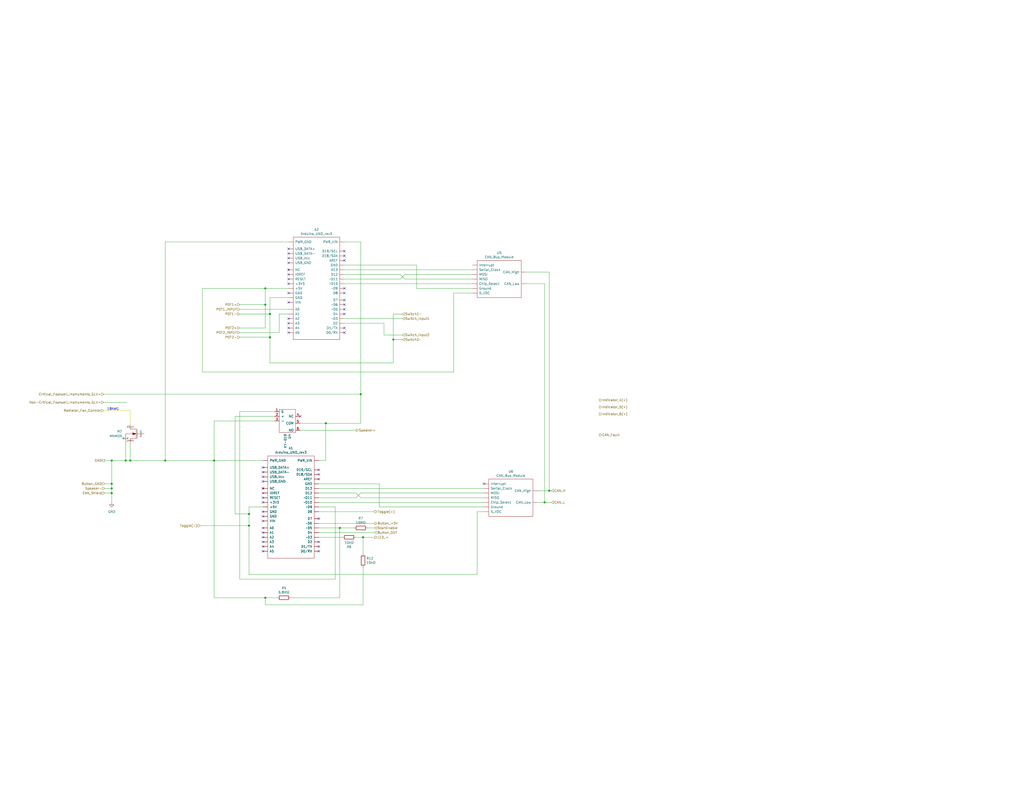
<source format=kicad_sch>
(kicad_sch (version 20211123) (generator eeschema)
  (paper "C")
  (lib_symbols
    (symbol "Device:R" (pin_numbers hide) (pin_names (offset 0))
      (property "Reference" "R" (at 2.032 0 90))
      (property "Value" "R" (at 0 0 90))
      (symbol "R_0_1"
        (rectangle (start -1.016 -2.54) (end 1.016 2.54) (stroke (width 0.254)))
      )
      (symbol "R_1_1"
        (pin passive line (at 0 3.81 270) (length 1.27) (name "~") (number "1"))
        (pin passive line (at 0 -3.81 90) (length 1.27) (name "~") (number "2"))
      )
    )
    (symbol "NER:Arduino_UNO_rev3" (pin_names (offset 1.016))
      (property "Reference" "A" (at 0 3.81 0))
      (property "Value" "Arduino_UNO_rev3" (at 0 1.27 0))
      (symbol "Arduino_UNO_rev3_0_1"
        (rectangle (start 12.7 -57.15) (end -12.7 -1.27))
      )
      (symbol "Arduino_UNO_rev3_1_1"
        (pin power_out line (at -15.24 -26.67 0) (length 2.54) (name "+3V3") (number "~"))
        (pin power_out line (at -15.24 -29.21 0) (length 2.54) (name "+5V") (number "~"))
        (pin input line (at -15.24 -40.64 0) (length 2.54) (name "A0") (number "~"))
        (pin input line (at -15.24 -43.18 0) (length 2.54) (name "A1") (number "~"))
        (pin input line (at -15.24 -45.72 0) (length 2.54) (name "A2") (number "~"))
        (pin input line (at -15.24 -48.26 0) (length 2.54) (name "A3") (number "~"))
        (pin input line (at -15.24 -50.8 0) (length 2.54) (name "A4") (number "~"))
        (pin input line (at -15.24 -53.34 0) (length 2.54) (name "A5") (number "~"))
        (pin passive line (at 15.24 -13.97 180) (length 2.54) (name "AREF") (number "~"))
        (pin bidirectional line (at 15.24 -53.34 180) (length 2.54) (name "D0/RX") (number "~"))
        (pin bidirectional line (at 15.24 -50.8 180) (length 2.54) (name "D1/TX") (number "~"))
        (pin bidirectional line (at 15.24 -21.59 180) (length 2.54) (name "D12") (number "~"))
        (pin bidirectional line (at 15.24 -19.05 180) (length 2.54) (name "D13") (number "~"))
        (pin bidirectional line (at 15.24 -11.43 180) (length 2.54) (name "D18/SDA") (number "~"))
        (pin bidirectional line (at 15.24 -8.89 180) (length 2.54) (name "D19/SCL") (number "~"))
        (pin bidirectional line (at 15.24 -48.26 180) (length 2.54) (name "D2") (number "~"))
        (pin bidirectional line (at 15.24 -43.18 180) (length 2.54) (name "D4") (number "~"))
        (pin bidirectional line (at 15.24 -35.56 180) (length 2.54) (name "D7") (number "~"))
        (pin bidirectional line (at 15.24 -31.75 180) (length 2.54) (name "D8") (number "~"))
        (pin passive line (at -15.24 -34.29 0) (length 2.54) (name "GND") (number "~"))
        (pin passive line (at -15.24 -31.75 0) (length 2.54) (name "GND") (number "~"))
        (pin passive line (at 15.24 -16.51 180) (length 2.54) (name "GND") (number "~"))
        (pin passive line (at -15.24 -21.59 0) (length 2.54) (name "IOREF") (number "~"))
        (pin no_connect line (at -15.24 -19.05 0) (length 2.54) (name "NC") (number "~"))
        (pin passive line (at -15.24 -3.81 0) (length 2.54) (name "PWR_GND") (number "~"))
        (pin power_in line (at 15.24 -3.81 180) (length 2.54) (name "PWR_VIN") (number "~"))
        (pin input line (at -15.24 -24.13 0) (length 2.54) (name "RESET") (number "~"))
        (pin bidirectional line (at -15.24 -7.62 0) (length 2.54) (name "USB_DATA+") (number "~"))
        (pin bidirectional line (at -15.24 -10.16 0) (length 2.54) (name "USB_DATA-") (number "~"))
        (pin passive line (at -15.24 -15.24 0) (length 2.54) (name "USB_GND") (number "~"))
        (pin power_in line (at -15.24 -12.7 0) (length 2.54) (name "USB_Vcc") (number "~"))
        (pin power_in line (at -15.24 -36.83 0) (length 2.54) (name "VIN") (number "~"))
        (pin bidirectional line (at 15.24 -26.67 180) (length 2.54) (name "~D10") (number "~"))
        (pin bidirectional line (at 15.24 -24.13 180) (length 2.54) (name "~D11") (number "~"))
        (pin bidirectional line (at 15.24 -45.72 180) (length 2.54) (name "~D3") (number "~"))
        (pin bidirectional line (at 15.24 -40.64 180) (length 2.54) (name "~D5") (number "~"))
        (pin bidirectional line (at 15.24 -38.1 180) (length 2.54) (name "~D6") (number "~"))
        (pin bidirectional line (at 15.24 -29.21 180) (length 2.54) (name "~D9") (number "~"))
      )
    )
    (symbol "NER:CAN_Bus_Module" (pin_names (offset 1.016))
      (property "Reference" "U" (at 0 1.27 0))
      (property "Value" "CAN_Bus_Module" (at 0 0 0))
      (symbol "CAN_Bus_Module_0_1"
        (rectangle (start -11.43 -1.27) (end 12.7 -21.59))
      )
      (symbol "CAN_Bus_Module_1_1"
        (pin input line (at -13.97 -19.05 0) (length 2.54) (name "5_VDC") (number "~"))
        (pin input line (at 15.24 -7.62 180) (length 2.54) (name "CAN_High") (number "~"))
        (pin input line (at 15.24 -13.97 180) (length 2.54) (name "CAN_Low") (number "~"))
        (pin input line (at -13.97 -13.97 0) (length 2.54) (name "Chip_Select") (number "~"))
        (pin input line (at -13.97 -16.51 0) (length 2.54) (name "Ground") (number "~"))
        (pin input line (at -13.97 -3.81 0) (length 2.54) (name "Interrupt") (number "~"))
        (pin input line (at -13.97 -11.43 0) (length 2.54) (name "MISO") (number "~"))
        (pin input line (at -13.97 -8.89 0) (length 2.54) (name "MOSI") (number "~"))
        (pin input line (at -13.97 -6.35 0) (length 2.54) (name "Serial_Clock") (number "~"))
      )
    )
    (symbol "NER:KY-019" (pin_names (offset 1.016))
      (property "Reference" "U" (at -6.35 5.08 0))
      (property "Value" "KY-019" (at 3.81 -6.35 0))
      (symbol "KY-019_0_1"
        (rectangle (start 6.35 3.81) (end -6.35 -5.08))
      )
      (symbol "KY-019_1_1"
        (pin bidirectional line (at -5.08 -7.62 90) (length 2.54) (name "S") (number "1"))
        (pin bidirectional line (at -2.54 -7.62 90) (length 2.54) (name "+") (number "2"))
        (pin bidirectional line (at 0 -7.62 90) (length 2.54) (name "-") (number "3"))
        (pin bidirectional line (at -2.54 6.35 270) (length 2.54) (name "NC") (number "4"))
        (pin bidirectional line (at 1.27 6.35 270) (length 2.54) (name "COM") (number "5"))
        (pin bidirectional line (at 5.08 6.35 270) (length 2.54) (name "NO") (number "6"))
      )
    )
    (symbol "power:GND" (power) (pin_names (offset 0))
      (property "Value" "GND" (at 0 -3.81 0))
      (symbol "GND_0_1"
        (polyline (pts (xy 0 0) (xy 0 -1.27) (xy 1.27 -1.27) (xy 0 -2.54) (xy -1.27 -1.27) (xy 0 -1.27)))
      )
      (symbol "GND_1_1"
        (pin power_in line (at 0 0 270) (length 0) hide (name "GND") (number "1"))
      )
    )
    (symbol "pspice:MNMOS" (pin_names (offset 0))
      (property "Reference" "M" (at 7.62 1.27 0))
      (property "Value" "MNMOS" (at 7.62 -1.27 0))
      (symbol "MNMOS_0_1"
        (polyline (pts (xy -1.27 -2.54) (xy -1.27 2.54)))
        (polyline (pts (xy -0.635 -2.54) (xy 2.54 -2.54)))
        (polyline (pts (xy 2.54 2.54) (xy -0.635 2.54)))
        (polyline (pts (xy 5.08 0) (xy -0.635 0)))
        (polyline (pts (xy -0.635 0) (xy 1.27 0.635) (xy 1.27 -0.635) (xy -0.635 0)) (fill (type outline)))
      )
      (symbol "MNMOS_1_1"
        (polyline (pts (xy -0.635 -2.54) (xy -0.635 2.54)))
        (pin passive line (at 2.54 5.08 270) (length 2.54) (name "D") (number "1"))
        (pin input line (at -5.08 0 0) (length 3.81) (name "G") (number "2"))
        (pin passive line (at 2.54 -5.08 90) (length 2.54) (name "S") (number "3"))
        (pin input line (at 5.08 -5.08 90) (length 5.08) (name "B") (number "4"))
      )
    )
  )
  (junction (at 297.18 274.32))
  (junction (at 116.84 251.46))
  (junction (at 144.78 166.37))
  (junction (at 147.32 184.15))
  (junction (at 196.85 215.265))
  (junction (at 144.78 157.48))
  (junction (at 198.12 293.37))
  (junction (at 60.96 251.46))
  (junction (at 177.8 231.14))
  (junction (at 144.78 326.39))
  (junction (at 135.89 280.67))
  (junction (at 60.96 266.7))
  (junction (at 135.89 287.02))
  (junction (at 60.96 264.16))
  (junction (at 90.17 251.46))
  (junction (at 71.12 251.46))
  (junction (at 299.72 267.97))
  (junction (at 60.96 269.24))
  (junction (at 214.63 185.42))
  (junction (at 147.32 171.45))
  (junction (at 185.42 288.29))
  (junction (at 68.58 251.46))
  (no_connect (at 157.48 160.02))
  (no_connect (at 143.51 300.99))
  (no_connect (at 143.51 290.83))
  (no_connect (at 157.48 135.89))
  (no_connect (at 143.51 298.45))
  (no_connect (at 157.48 138.43))
  (no_connect (at 157.48 143.51))
  (no_connect (at 143.51 279.4))
  (no_connect (at 143.51 293.37))
  (no_connect (at 187.96 163.83))
  (no_connect (at 157.48 147.32))
  (no_connect (at 157.48 173.99))
  (no_connect (at 143.51 262.89))
  (no_connect (at 187.96 137.16))
  (no_connect (at 143.51 255.27))
  (no_connect (at 143.51 271.78))
  (no_connect (at 157.48 149.86))
  (no_connect (at 173.99 259.08))
  (no_connect (at 264.16 264.16))
  (no_connect (at 143.51 288.29))
  (no_connect (at 187.96 157.48))
  (no_connect (at 157.48 165.1))
  (no_connect (at 173.99 295.91))
  (no_connect (at 157.48 152.4))
  (no_connect (at 157.48 176.53))
  (no_connect (at 173.99 300.99))
  (no_connect (at 143.51 295.91))
  (no_connect (at 187.96 181.61))
  (no_connect (at 173.99 298.45))
  (no_connect (at 143.51 260.35))
  (no_connect (at 157.48 140.97))
  (no_connect (at 143.51 274.32))
  (no_connect (at 173.99 261.62))
  (no_connect (at 173.99 256.54))
  (no_connect (at 187.96 160.02))
  (no_connect (at 157.48 181.61))
  (no_connect (at 187.96 142.24))
  (no_connect (at 163.83 227.33))
  (no_connect (at 143.51 269.24))
  (no_connect (at 143.51 257.81))
  (no_connect (at 143.51 266.7))
  (no_connect (at 157.48 154.94))
  (no_connect (at 187.96 166.37))
  (no_connect (at 187.96 168.91))
  (no_connect (at 187.96 171.45))
  (no_connect (at 143.51 284.48))
  (no_connect (at 187.96 139.7))
  (no_connect (at 187.96 179.07))
  (no_connect (at 173.99 283.21))
  (no_connect (at 157.48 179.07))
  (no_connect (at 143.51 281.94))
  (wire (pts (xy 173.99 288.29) (xy 185.42 288.29)))
  (wire (pts (xy 300.99 267.97) (xy 299.72 267.97)))
  (wire (pts (xy 144.78 179.07) (xy 130.81 179.07)))
  (wire (pts (xy 110.49 203.2) (xy 247.65 203.2)))
  (wire (pts (xy 144.78 166.37) (xy 144.78 179.07)))
  (wire (pts (xy 214.63 185.42) (xy 214.63 171.45)))
  (wire (pts (xy 220.98 152.4) (xy 257.81 152.4)))
  (wire (pts (xy 299.72 267.97) (xy 299.72 148.59)))
  (wire (pts (xy 173.99 285.75) (xy 204.47 285.75)))
  (wire (pts (xy 71.12 251.46) (xy 90.17 251.46)))
  (wire (pts (xy 149.86 224.79) (xy 130.81 224.79)))
  (wire (pts (xy 57.15 264.16) (xy 60.96 264.16)))
  (wire (pts (xy 147.32 184.15) (xy 147.32 198.12)))
  (wire (pts (xy 135.89 280.67) (xy 135.89 287.02)))
  (wire (pts (xy 116.84 326.39) (xy 116.84 251.46)))
  (wire (pts (xy 157.48 168.91) (xy 130.81 168.91)))
  (wire (pts (xy 196.85 132.08) (xy 187.96 132.08)))
  (wire (pts (xy 247.65 160.02) (xy 247.65 203.2)))
  (wire (pts (xy 198.12 309.88) (xy 198.12 330.2)))
  (wire (pts (xy 90.17 132.08) (xy 90.17 251.46)))
  (wire (pts (xy 157.48 162.56) (xy 147.32 162.56)))
  (wire (pts (xy 200.66 288.29) (xy 204.47 288.29)))
  (wire (pts (xy 71.12 241.935) (xy 71.12 251.46)))
  (wire (pts (xy 260.35 279.4) (xy 264.16 279.4)))
  (wire (pts (xy 152.4 171.45) (xy 152.4 181.61)))
  (wire (pts (xy 68.58 251.46) (xy 71.12 251.46)))
  (wire (pts (xy 71.12 224.155) (xy 56.515 224.155)) (stroke (width 0) (color 194 194 0 1)))
  (wire (pts (xy 185.42 288.29) (xy 193.04 288.29)))
  (wire (pts (xy 247.65 160.02) (xy 257.81 160.02)))
  (wire (pts (xy 173.99 274.32) (xy 264.16 274.32)))
  (wire (pts (xy 116.84 229.87) (xy 149.86 229.87)))
  (wire (pts (xy 198.12 293.37) (xy 204.47 293.37)))
  (wire (pts (xy 128.27 227.33) (xy 128.27 280.67)))
  (wire (pts (xy 187.96 176.53) (xy 209.55 176.53)))
  (wire (pts (xy 214.63 185.42) (xy 219.71 185.42)))
  (wire (pts (xy 297.18 274.32) (xy 297.18 154.94)))
  (wire (pts (xy 128.27 280.67) (xy 135.89 280.67)))
  (wire (pts (xy 173.99 264.16) (xy 207.01 264.16)))
  (wire (pts (xy 144.78 166.37) (xy 130.81 166.37)))
  (wire (pts (xy 187.96 149.86) (xy 218.44 149.86)))
  (wire (pts (xy 173.99 293.37) (xy 186.69 293.37)))
  (wire (pts (xy 177.8 251.46) (xy 173.99 251.46)))
  (wire (pts (xy 68.58 241.935) (xy 68.58 251.46)))
  (wire (pts (xy 214.63 198.12) (xy 214.63 185.42)))
  (wire (pts (xy 227.33 144.78) (xy 227.33 157.48)))
  (wire (pts (xy 56.515 215.265) (xy 196.85 215.265)))
  (wire (pts (xy 60.96 274.32) (xy 60.96 269.24)))
  (wire (pts (xy 60.96 264.16) (xy 60.96 266.7)))
  (wire (pts (xy 198.12 330.2) (xy 144.78 330.2)))
  (wire (pts (xy 185.42 288.29) (xy 185.42 326.39)))
  (wire (pts (xy 144.78 157.48) (xy 144.78 166.37)))
  (wire (pts (xy 71.12 231.775) (xy 71.12 224.155)) (stroke (width 0) (color 194 194 0 1)))
  (wire (pts (xy 187.96 173.99) (xy 219.71 173.99)))
  (wire (pts (xy 173.99 279.4) (xy 204.47 279.4)))
  (wire (pts (xy 147.32 184.15) (xy 130.81 184.15)))
  (wire (pts (xy 157.48 157.48) (xy 144.78 157.48)))
  (wire (pts (xy 177.8 231.14) (xy 163.83 231.14)))
  (wire (pts (xy 194.31 271.78) (xy 173.99 271.78)))
  (wire (pts (xy 147.32 171.45) (xy 147.32 184.15)))
  (wire (pts (xy 157.48 171.45) (xy 152.4 171.45)))
  (wire (pts (xy 128.27 227.33) (xy 149.86 227.33)))
  (wire (pts (xy 135.89 313.69) (xy 260.35 313.69)))
  (wire (pts (xy 130.81 316.23) (xy 182.88 316.23)))
  (wire (pts (xy 207.01 276.86) (xy 264.16 276.86)))
  (wire (pts (xy 69.215 219.71) (xy 56.515 219.71)))
  (wire (pts (xy 147.32 171.45) (xy 130.81 171.45)))
  (wire (pts (xy 220.98 149.86) (xy 218.44 152.4)))
  (wire (pts (xy 147.32 198.12) (xy 214.63 198.12)))
  (wire (pts (xy 194.31 293.37) (xy 198.12 293.37)))
  (wire (pts (xy 198.12 293.37) (xy 198.12 302.26)))
  (wire (pts (xy 90.17 251.46) (xy 116.84 251.46)))
  (wire (pts (xy 60.96 251.46) (xy 60.96 264.16)))
  (wire (pts (xy 110.49 157.48) (xy 144.78 157.48)))
  (wire (pts (xy 60.96 269.24) (xy 60.96 266.7)))
  (wire (pts (xy 196.85 271.78) (xy 264.16 271.78)))
  (wire (pts (xy 173.99 266.7) (xy 264.16 266.7)))
  (wire (pts (xy 227.33 157.48) (xy 257.81 157.48)))
  (wire (pts (xy 297.18 154.94) (xy 287.02 154.94)))
  (wire (pts (xy 187.96 144.78) (xy 227.33 144.78)))
  (wire (pts (xy 57.15 251.46) (xy 60.96 251.46)))
  (wire (pts (xy 185.42 326.39) (xy 158.75 326.39)))
  (wire (pts (xy 187.96 147.32) (xy 257.81 147.32)))
  (wire (pts (xy 116.84 326.39) (xy 144.78 326.39)))
  (wire (pts (xy 187.96 152.4) (xy 218.44 152.4)))
  (wire (pts (xy 152.4 181.61) (xy 130.81 181.61)))
  (wire (pts (xy 196.85 215.265) (xy 196.85 231.14)))
  (wire (pts (xy 135.89 276.86) (xy 135.89 280.67)))
  (wire (pts (xy 116.84 251.46) (xy 143.51 251.46)))
  (wire (pts (xy 300.99 274.32) (xy 297.18 274.32)))
  (wire (pts (xy 194.31 269.24) (xy 196.85 271.78)))
  (wire (pts (xy 299.72 148.59) (xy 287.02 148.59)))
  (wire (pts (xy 116.84 229.87) (xy 116.84 251.46)))
  (wire (pts (xy 196.85 269.24) (xy 264.16 269.24)))
  (wire (pts (xy 297.18 274.32) (xy 293.37 274.32)))
  (wire (pts (xy 144.78 326.39) (xy 151.13 326.39)))
  (wire (pts (xy 135.89 287.02) (xy 135.89 313.69)))
  (wire (pts (xy 187.96 154.94) (xy 257.81 154.94)))
  (wire (pts (xy 110.49 203.2) (xy 110.49 157.48)))
  (wire (pts (xy 196.85 132.08) (xy 196.85 215.265)))
  (wire (pts (xy 173.99 269.24) (xy 194.31 269.24)))
  (wire (pts (xy 177.8 231.14) (xy 177.8 251.46)))
  (wire (pts (xy 207.01 264.16) (xy 207.01 276.86)))
  (wire (pts (xy 182.88 276.86) (xy 173.99 276.86)))
  (wire (pts (xy 209.55 182.88) (xy 219.71 182.88)))
  (wire (pts (xy 144.78 330.2) (xy 144.78 326.39)))
  (wire (pts (xy 218.44 149.86) (xy 220.98 152.4)))
  (wire (pts (xy 214.63 171.45) (xy 219.71 171.45)))
  (wire (pts (xy 177.8 231.14) (xy 196.85 231.14)))
  (wire (pts (xy 220.98 149.86) (xy 257.81 149.86)))
  (wire (pts (xy 60.96 251.46) (xy 68.58 251.46)))
  (wire (pts (xy 163.83 234.95) (xy 194.31 234.95)))
  (wire (pts (xy 196.85 269.24) (xy 194.31 271.78)))
  (wire (pts (xy 135.89 276.86) (xy 143.51 276.86)))
  (wire (pts (xy 209.55 176.53) (xy 209.55 182.88)))
  (wire (pts (xy 57.15 269.24) (xy 60.96 269.24)))
  (wire (pts (xy 147.32 162.56) (xy 147.32 171.45)))
  (wire (pts (xy 157.48 132.08) (xy 90.17 132.08)))
  (wire (pts (xy 130.81 224.79) (xy 130.81 316.23)))
  (wire (pts (xy 182.88 316.23) (xy 182.88 276.86)))
  (wire (pts (xy 299.72 267.97) (xy 293.37 267.97)))
  (wire (pts (xy 260.35 313.69) (xy 260.35 279.4)))
  (wire (pts (xy 60.96 266.7) (xy 57.15 266.7)))
  (wire (pts (xy 173.99 290.83) (xy 204.47 290.83)))
  (wire (pts (xy 109.22 287.02) (xy 135.89 287.02)))
  (text "18AWG" (at 58.42 224.155 0) (effects (font (size 1.27 1.27)) (justify left bottom)))
  (hierarchical_label "POT1+" (shape input) (at 130.81 166.37 180))
  (hierarchical_label "CAN_H" (shape input) (at 300.99 267.97 0))
  (hierarchical_label "Switch_Input1" (shape input) (at 219.71 173.99 0))
  (hierarchical_label "Button_+5V" (shape output) (at 204.47 285.75 0))
  (hierarchical_label "Switch_Input2" (shape input) (at 219.71 182.88 0))
  (hierarchical_label "Button_GND" (shape input) (at 57.15 264.16 180))
  (hierarchical_label "Non-Critical_Footwell_Instruments_GLV+" (shape input) (at 56.515 219.71 180))
  (hierarchical_label "Button_OUT" (shape input) (at 204.47 290.83 0))
  (hierarchical_label "Critical_Footwell_Instruments_GLV+" (shape input) (at 56.515 215.265 180))
  (hierarchical_label "CAN_L" (shape input) (at 300.99 274.32 0))
  (hierarchical_label "Speaker+" (shape output) (at 194.31 234.95 0))
  (hierarchical_label "StartEnable" (shape input) (at 204.47 288.29 0))
  (hierarchical_label "Switch1-" (shape input) (at 219.71 171.45 0))
  (hierarchical_label "Toggle(-)" (shape input) (at 109.22 287.02 180))
  (hierarchical_label "Radiator_Fan_Control" (shape input) (at 56.515 224.155 180))
  (hierarchical_label "POT1_INPUT" (shape input) (at 130.81 168.91 180))
  (hierarchical_label "Switch2-" (shape input) (at 219.71 185.42 0))
  (hierarchical_label "Indicator_5(+)" (shape output) (at 327.025 222.25 0))
  (hierarchical_label "POT2+" (shape input) (at 130.81 179.07 180))
  (hierarchical_label "GND" (shape passive) (at 57.15 251.46 180))
  (hierarchical_label "Indicator_4(+)" (shape output) (at 327.025 218.44 0))
  (hierarchical_label "LED_+" (shape output) (at 204.47 293.37 0))
  (hierarchical_label "POT2_INPUT" (shape input) (at 130.81 181.61 180))
  (hierarchical_label "Toggle(+)" (shape output) (at 204.47 279.4 0))
  (hierarchical_label "Indicator_6(+)" (shape output) (at 327.025 226.06 0))
  (hierarchical_label "CAN_Shield" (shape input) (at 57.15 269.24 180))
  (hierarchical_label "POT2-" (shape input) (at 130.81 184.15 180))
  (hierarchical_label "Speaker-" (shape input) (at 57.15 266.7 180))
  (hierarchical_label "CAN_Fault" (shape output) (at 327.025 237.49 0))
  (hierarchical_label "POT1-" (shape input) (at 130.81 171.45 180))
  (symbol (lib_id "NER:Arduino_UNO_rev3") (at 158.75 247.65 0) (unit 1)
    (property "Reference" "A1" (at 158.75 244.729 0))
    (property "Value" "Arduino_UNO_rev3" (at 158.75 247.0404 0))
  )
  (symbol (lib_id "Device:R") (at 196.85 288.29 270) (unit 1)
    (property "Reference" "R7" (at 196.85 283.0322 90))
    (property "Value" "10MΩ" (at 196.85 285.3436 90))
  )
  (symbol (lib_id "NER:CAN_Bus_Module") (at 271.78 140.97 0) (unit 1)
    (property "Reference" "U5" (at 272.415 138.049 0))
    (property "Value" "CAN_Bus_Module" (at 272.415 140.3604 0))
  )
  (symbol (lib_id "Device:R") (at 198.12 306.07 180) (unit 1)
    (property "Reference" "R12" (at 199.898 304.9016 0) (effects (justify right)))
    (property "Value" "15kΩ" (at 199.898 307.213 0) (effects (justify right)))
  )
  (symbol (lib_id "NER:CAN_Bus_Module") (at 278.13 260.35 0) (unit 1)
    (property "Reference" "U6" (at 278.765 257.429 0))
    (property "Value" "CAN_Bus_Module" (at 278.765 259.7404 0))
  )
  (symbol (lib_id "NER:Arduino_UNO_rev3") (at 172.72 128.27 0) (unit 1)
    (property "Reference" "A2" (at 172.72 125.349 0))
    (property "Value" "Arduino_UNO_rev3" (at 172.72 127.6604 0))
  )
  (symbol (lib_id "Device:R") (at 154.94 326.39 90) (unit 1)
    (property "Reference" "R5" (at 154.94 321.1322 90))
    (property "Value" "6.8MΩ" (at 154.94 323.4436 90))
  )
  (symbol (lib_id "pspice:MNMOS") (at 73.66 236.855 0) (mirror y) (unit 1)
    (property "Reference" "M?" (at 66.675 235.585 0) (effects (justify left)))
    (property "Value" "MNMOS" (at 66.675 238.125 0) (effects (justify left)))
  )
  (symbol (lib_id "Device:R") (at 190.5 293.37 90) (unit 1)
    (property "Reference" "R6" (at 190.5 298.6278 90))
    (property "Value" "10kΩ" (at 190.5 296.3164 90))
  )
  (symbol (lib_id "NER:KY-019") (at 157.48 229.87 270) (unit 1)
    (property "Reference" "U4" (at 158.0134 236.9312 0) (effects (justify left)))
    (property "Value" "KY-019" (at 155.702 236.9312 0) (effects (justify left)))
  )
  (symbol (lib_id "power:GND") (at 60.96 274.32 0) (unit 1)
    (property "Reference" "#PWR07" (effects hide))
    (property "Value" "GND" (at 60.96 279.4 0))
  )
)
</source>
